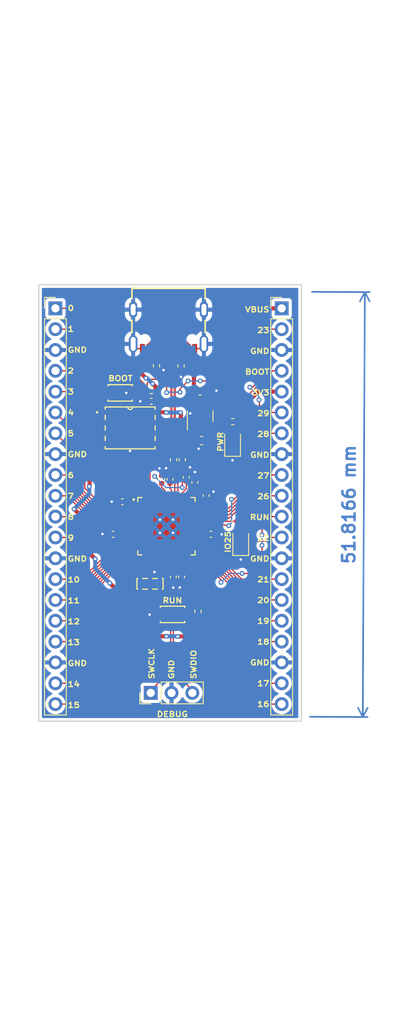
<source format=kicad_pcb>
(kicad_pcb (version 20211014) (generator pcbnew)
  (title_block (title "ENGR3430 Miniproject 3") (date "2022-09-22") (company "Olin College of Engineering"))
  (layers (0 "F.Cu" signal) (31 "B.Cu" signal) (34 "B.Paste" user) (35 "F.Paste" user) (36 "B.SilkS" user "B.Silkscreen") (37 "F.SilkS" user "F.Silkscreen") (38 "B.Mask" user) (39 "F.Mask" user) (44 "Edge.Cuts" user))
  (net 0 "")
  (net 1 "GND")
  (net 2 "+3V3")
  (net 3 "Net-(C10-Pad1)")
  (net 4 "/VBUS")
  (net 5 "Net-(D1-Pad2)")
  (net 6 "Net-(D2-Pad2)")
  (net 7 "Net-(J1-PadA5)")
  (net 8 "Net-(J1-PadA6)")
  (net 9 "Net-(J1-PadA7)")
  (net 11 "Net-(J1-PadB5)")
  (net 13 "/GPIO0")
  (net 14 "/GPIO1")
  (net 15 "/GPIO2")
  (net 16 "/GPIO3")
  (net 17 "/GPIO4")
  (net 18 "/GPIO5")
  (net 19 "/GPIO6")
  (net 20 "/GPIO7")
  (net 21 "/GPIO8")
  (net 22 "/GPIO9")
  (net 23 "/GPIO10")
  (net 24 "/GPIO11")
  (net 25 "/GPIO12")
  (net 26 "/GPIO13")
  (net 27 "/GPIO14")
  (net 28 "/GPIO15")
  (net 29 "/SWCLK")
  (net 30 "/SWDIO")
  (net 31 "/GPIO23")
  (net 32 "/BOOT")
  (net 33 "/GPIO29")
  (net 34 "/GPIO28")
  (net 35 "/GPIO27")
  (net 36 "/GPIO26")
  (net 37 "/RUN")
  (net 38 "/GPIO22")
  (net 39 "/GPIO21")
  (net 40 "/GPIO20")
  (net 41 "/GPIO19")
  (net 42 "/GPIO18")
  (net 43 "/GPIO17")
  (net 44 "/GPIO16")
  (net 45 "Net-(R5-Pad2)")
  (net 46 "Net-(R6-Pad2)")
  (net 47 "/GPIO25")
  (net 48 "Net-(U1-Pad2)")
  (net 49 "Net-(U1-Pad3)")
  (net 50 "Net-(U1-Pad5)")
  (net 51 "Net-(U1-Pad6)")
  (net 52 "Net-(U1-Pad7)")
  (net 53 "Net-(U2-Pad20)")
  (net 54 "Net-(U2-Pad21)")
  (net 55 "/GPIO24")
  (footprint "Capacitor_SMD:C_0402_1005Metric" (layer "F.Cu") (at 156.8069 57.5056)
    (fp_text reference "C1")
    (fp_text value "0.1µF")
  )
  (footprint "Eclectronics:USB4105-GF-A" (layer "F.Cu") (at 158.9024 46.3362 180)
    (fp_text reference "J1")
    (fp_text value "USB4105-GF-A")
  )
  (footprint "Capacitor_SMD:C_0402_1005Metric" (layer "F.Cu") (at 160.496 78.93 -90)
    (fp_text reference "C10")
    (fp_text value "0.1µF")
  )
  (footprint "Eclectronics:RP2040" (layer "F.Cu") (at 158.6484 72.7456)
    (fp_text reference "U2")
    (fp_text value "RP2040")
  )
  (footprint "Capacitor_SMD:C_0603_1608Metric" (layer "F.Cu") (at 162.94 62.31 180)
    (fp_text reference "C13")
    (fp_text value "10µF")
  )
  (footprint "Resistor_SMD:R_0402_1005Metric" (layer "F.Cu") (at 162.5 83.13 90)
    (fp_text reference "R2")
    (fp_text value "5.1K")
  )
  (footprint "Capacitor_SMD:C_0402_1005Metric" (layer "F.Cu") (at 159.48 78.93 -90)
    (fp_text reference "C4")
    (fp_text value "0.1µF")
  )
  (footprint "LED_SMD:LED_0402_1005Metric" (layer "F.Cu") (at 167.74 72.17)
    (fp_text reference "R7")
    (fp_text value "1K")
  )
  (footprint "Resistor_SMD:R_0402_1005Metric" (layer "F.Cu") (at 160.5768 64.64 -90)
    (fp_text reference "R5")
    (fp_text value "27Ω")
  )
  (footprint "Capacitor_SMD:C_0402_1005Metric" (layer "F.Cu") (at 161.07 66.78 90)
    (fp_text reference "C9")
    (fp_text value "1µF")
  )
  (footprint "Resistor_SMD:R_0402_1005Metric" (layer "F.Cu") (at 156.8069 56.1848)
    (fp_text reference "R3")
    (fp_text value "5.1K")
  )
  (footprint "Capacitor_SMD:C_0402_1005Metric" (layer "F.Cu") (at 153.26 69.76 180)
    (fp_text reference "C2")
    (fp_text value "0.1µF")
  )
  (footprint "Capacitor_SMD:C_0402_1005Metric" (layer "F.Cu") (at 152.12 73.73 180)
    (fp_text reference "C3")
    (fp_text value "0.1µF")
  )
  (footprint "Capacitor_SMD:C_0402_1005Metric" (layer "F.Cu") (at 158.0642 67.0326 90)
    (fp_text reference "C11")
    (fp_text value "0.1µF")
  )
  (footprint "Capacitor_SMD:C_0603_1608Metric" (layer "F.Cu") (at 162.7632 56.2356 180)
    (fp_text reference "C12")
    (fp_text value "10µF")
  )
  (footprint "Connector_PinHeader_2.54mm:PinHeader_1x20_P2.54mm_Vertical" (layer "F.Cu") (at 172.72 46.1772)
    (fp_text reference "J4")
    (fp_text value "RIGHT")
  )
  (footprint "Resistor_SMD:R_0402_1005Metric" (layer "F.Cu") (at 160.4264 53.1876 -90)
    (fp_text reference "R4")
    (fp_text value "5.1K")
  )
  (footprint "Eclectronics:CSTNE" (layer "F.Cu") (at 156.64 79.77 180)
    (fp_text reference "Y1")
    (fp_text value "12MHz")
  )
  (footprint "Resistor_SMD:R_0402_1005Metric" (layer "F.Cu") (at 157.4292 53.1876 -90)
    (fp_text reference "R1")
    (fp_text value "5.1K")
  )
  (footprint "LED_SMD:LED_0805_2012Metric" (layer "F.Cu") (at 167.72 74.63 90)
    (fp_text reference "D1")
    (fp_text value "LED")
  )
  (footprint "Package_TO_SOT_SMD:SOT-23" (layer "F.Cu") (at 162.7632 59.3344 90)
    (fp_text reference "U3")
    (fp_text value "MCP1702T-3302E_CB")
  )
  (footprint "Capacitor_SMD:C_0402_1005Metric" (layer "F.Cu") (at 164.084 73.7362)
    (fp_text reference "C5")
    (fp_text value "0.1µF")
  )
  (footprint "Resistor_SMD:R_0402_1005Metric" (layer "F.Cu") (at 159.51 64.64 -90)
    (fp_text reference "R6")
    (fp_text value "27Ω")
  )
  (footprint "Connector_PinHeader_2.54mm:PinHeader_1x03_P2.54mm_Vertical" (layer "F.Cu") (at 156.73 93.07 90)
    (fp_text reference "J3")
    (fp_text value "DEBUG")
  )
  (footprint "Resistor_SMD:R_0402_1005Metric" (layer "F.Cu") (at 166.749 59.9968)
    (fp_text reference "R8")
    (fp_text value "1K")
  )
  (footprint "Capacitor_SMD:C_0402_1005Metric" (layer "F.Cu") (at 159.0802 67.0326 90)
    (fp_text reference "C7")
    (fp_text value "0.1µF")
  )
  (footprint "LED_SMD:LED_0805_2012Metric" (layer "F.Cu") (at 166.7256 62.5348 90)
    (fp_text reference "D2")
    (fp_text value "PWR")
  )
  (footprint "Eclectronics:KXT321LHS" (layer "F.Cu") (at 159.4 83.5)
    (fp_text reference "S1")
    (fp_text value "RST")
  )
  (footprint "Connector_PinHeader_2.54mm:PinHeader_1x20_P2.54mm_Vertical" (layer "F.Cu") (at 145.0848 46.1772)
    (fp_text reference "J2")
    (fp_text value "LEFT")
  )
  (footprint "Capacitor_SMD:C_0402_1005Metric" (layer "F.Cu") (at 162.12 67.4 90)
    (fp_text reference "C8")
    (fp_text value "1µF")
  )
  (footprint "Eclectronics:KXT321LHS" (layer "F.Cu") (at 152.9969 56.4896 180)
    (fp_text reference "S2")
    (fp_text value "BOOT")
  )
  (footprint "Capacitor_SMD:C_0402_1005Metric" (layer "F.Cu") (at 163.4998 69.0118 90)
    (fp_text reference "C6")
    (fp_text value "0.1µF")
  )
  (footprint "Eclectronics:MIC_WSON-8-M" (layer "F.Cu") (at 154.2161 60.7568)
    (fp_text reference "U1")
    (fp_text value "W25Q128JV")
  )
  (gr_rect (start 143.05 43.3) (end 175.14 96.52) (layer "Edge.Cuts") (width 0.15) (fill none))
  (gr_text "18" (at 170.48 86.849465) (layer "F.SilkS") (effects (font (size 0.635 0.762) (thickness 0.15875))))
  (gr_text "21" (at 170.48 79.251572) (layer "F.SilkS") (effects (font (size 0.635 0.762) (thickness 0.15875))))
  (gr_text "22" (at 170.48 74.18631) (layer "F.SilkS") (effects (font (size 0.635 0.762) (thickness 0.15875))))
  (gr_text "9" (at 146.967143 74.178424) (layer "F.SilkS") (effects (font (size 0.635 0.762) (thickness 0.15875))))
  (gr_text "3V3" (at 170.153429 56.457893) (layer "F.SilkS") (effects (font (size 0.635 0.762) (thickness 0.15875))))
  (gr_text "IO25" (at 166.16 74.66 90) (layer "F.SilkS") (effects (font (size 0.635 0.762) (thickness 0.15875))))
  (gr_text "6" (at 146.967143 66.53632) (layer "F.SilkS") (effects (font (size 0.635 0.762) (thickness 0.15875))))
  (gr_text "11" (at 147.33 81.820528) (layer "F.SilkS") (effects (font (size 0.635 0.762) (thickness 0.15875))))
  (gr_text "17" (at 170.48 91.914727) (layer "F.SilkS") (effects (font (size 0.635 0.762) (thickness 0.15875))))
  (gr_text "28" (at 170.48 61.523155) (layer "F.SilkS") (effects (font (size 0.635 0.762) (thickness 0.15875))))
  (gr_text "23" (at 170.48 48.86) (layer "F.SilkS") (effects (font (size 0.635 0.762) (thickness 0.15875))))
  (gr_text "GND" (at 170.044572 64.055786) (layer "F.SilkS") (effects (font (size 0.635 0.762) (thickness 0.15875))))
  (gr_text "15" (at 147.33 94.557376) (layer "F.SilkS") (effects (font (size 0.635 0.762) (thickness 0.15875))))
  (gr_text "DEBUG" (at 159.37 95.67) (layer "F.SilkS") (effects (font (size 0.635 0.762) (thickness 0.15875))))
  (gr_text "1" (at 146.967143 48.704744) (layer "F.SilkS") (effects (font (size 0.635 0.762) (thickness 0.15875))))
  (gr_text "RUN" (at 170.026429 71.653679) (layer "F.SilkS") (effects (font (size 0.635 0.762) (thickness 0.15875))))
  (gr_text "20" (at 170.48 81.784203) (layer "F.SilkS") (effects (font (size 0.635 0.762) (thickness 0.15875))))
  (gr_text "GND" (at 147.765429 51.252112) (layer "F.SilkS") (effects (font (size 0.635 0.762) (thickness 0.15875))))
  (gr_text "GND" (at 170.044572 51.392631) (layer "F.SilkS") (effects (font (size 0.635 0.762) (thickness 0.15875))))
  (gr_text "26" (at 170.48 69.121048) (layer "F.SilkS") (effects (font (size 0.635 0.762) (thickness 0.15875))))
  (gr_text "10" (at 147.33 79.27316) (layer "F.SilkS") (effects (font (size 0.635 0.762) (thickness 0.15875))))
  (gr_text "GND" (at 170.044572 89.382096) (layer "F.SilkS") (effects (font (size 0.635 0.762) (thickness 0.15875))))
  (gr_text "13" (at 147.33 86.915264) (layer "F.SilkS") (effects (font (size 0.635 0.762) (thickness 0.15875))))
  (gr_text "5" (at 146.967143 61.441584) (layer "F.SilkS") (effects (font (size 0.635 0.762) (thickness 0.15875))))
  (gr_text "14" (at 147.33 92.01) (layer "F.SilkS") (effects (font (size 0.635 0.762) (thickness 0.15875))))
  (gr_text "4" (at 146.967143 58.894216) (layer "F.SilkS") (effects (font (size 0.635 0.762) (thickness 0.15875))))
  (gr_text "GND" (at 147.765429 89.462632) (layer "F.SilkS") (effects (font (size 0.635 0.762) (thickness 0.15875))))
  (gr_text "GND" (at 159.26 90.208714 90) (layer "F.SilkS") (effects (font (size 0.635 0.762) (thickness 0.15875))))
  (gr_text "7" (at 146.967143 69.083688) (layer "F.SilkS") (effects (font (size 0.635 0.762) (thickness 0.15875))))
  (gr_text "12" (at 147.33 84.367896) (layer "F.SilkS") (effects (font (size 0.635 0.762) (thickness 0.15875))))
  (gr_text "PWR" (at 165.25 62.45 90) (layer "F.SilkS") (effects (font (size 0.635 0.762) (thickness 0.15875))))
  (gr_text "19" (at 170.48 84.316834) (layer "F.SilkS") (effects (font (size 0.635 0.762) (thickness 0.15875))))
  (gr_text "GND" (at 147.765429 76.725792) (layer "F.SilkS") (effects (font (size 0.635 0.762) (thickness 0.15875))))
  (gr_text "3" (at 146.967143 56.346848) (layer "F.SilkS") (effects (font (size 0.635 0.762) (thickness 0.15875))))
  (gr_text "8" (at 146.967143 71.631056) (layer "F.SilkS") (effects (font (size 0.635 0.762) (thickness 0.15875))))
  (gr_text "SWDIO" (at 161.97 89.61 90) (layer "F.SilkS") (effects (font (size 0.635 0.762) (thickness 0.15875))))
  (gr_text "RUN" (at 159.37 81.8) (layer "F.SilkS") (effects (font (size 0.635 0.762) (thickness 0.15875))))
  (gr_text "27" (at 170.48 66.588417) (layer "F.SilkS") (effects (font (size 0.635 0.762) (thickness 0.15875))))
  (gr_text "SWCLK" (at 156.84 89.501143 90) (layer "F.SilkS") (effects (font (size 0.635 0.762) (thickness 0.15875))))
  (gr_text "29" (at 170.48 58.990524) (layer "F.SilkS") (effects (font (size 0.635 0.762) (thickness 0.15875))))
  (gr_text "BOOT" (at 169.736143 53.925262) (layer "F.SilkS") (effects (font (size 0.635 0.762) (thickness 0.15875))))
  (gr_text "2" (at 146.967143 53.79948) (layer "F.SilkS") (effects (font (size 0.635 0.762) (thickness 0.15875))))
  (gr_text "0" (at 146.967143 46.157376) (layer "F.SilkS") (effects (font (size 0.635 0.762) (thickness 0.15875))))
  (gr_text "VBUS" (at 169.736143 46.327369) (layer "F.SilkS") (effects (font (size 0.635 0.762) (thickness 0.15875))))
  (gr_text "GND" (at 170.044572 76.718941) (layer "F.SilkS") (effects (font (size 0.635 0.762) (thickness 0.15875))))
  (gr_text "GND" (at 147.765429 63.988952) (layer "F.SilkS") (effects (font (size 0.635 0.762) (thickness 0.15875))))
  (gr_text "BOOT" (at 153.03 54.72) (layer "F.SilkS") (effects (font (size 0.635 0.762) (thickness 0.15875))))
  (gr_text "16" (at 170.48 94.447369) (layer "F.SilkS") (effects (font (size 0.635 0.762) (thickness 0.15875))))
  (dimension (type aligned) (layer "B.Cu") (pts (xy 175.930279 44.161933) (xy 175.676279 95.977933)) (height -6.949804) (gr_text "2040.0245 mils" (at 180.953022 70.095177 89.71914059) (layer "B.Cu") (effects (font (size 1.5 1.5) (thickness 0.3)))) (format (units 3) (units_format 1) (precision 4)) (style (thickness 0.2) (arrow_length 1.27) (text_position_mode 0) (extension_height 0.58642) (extension_offset 0.5) keep_text_aligned))
  (segment (start 154.2161 63.5439) (end 154.2 63.56) (width 0.508) (layer "F.Cu") (net 1))
  (segment (start 160.496 79.41) (end 160.496 80.00826) (width 0.254) (layer "F.Cu") (net 1))
  (segment (start 158.6 65.68) (end 159.0802 66.1602) (width 0.254) (layer "F.Cu") (net 1))
  (segment (start 154.2161 60.7568) (end 154.2161 63.5439) (width 0.508) (layer "F.Cu") (net 1))
  (segment (start 158.29 53.7) (end 158.2876 53.6976) (width 0.1524) (layer "F.Cu") (net 1))
  (segment (start 159.48 80.24) (end 159.48 79.41) (width 0.254) (layer "F.Cu") (net 1))
  (segment (start 167.72 76.81) (end 167.72 75.5675) (width 0.1524) (layer "F.Cu") (net 1))
  (segment (start 166.72 63.4779) (end 166.7256 63.4723) (width 0.1524) (layer "F.Cu") (net 1))
  (segment (start 160.4264 54.5236) (end 160.4264 53.6976) (width 0.1524) (layer "F.Cu") (net 1))
  (segment (start 157.6484 73.7456) (end 157.8484 73.5456) (width 0.1524) (layer "F.Cu") (net 1))
  (segment (start 151.5237 62.6618) (end 152.3111 62.6618) (width 0.1524) (layer "F.Cu") (net 1))
  (segment (start 165.39 73.74) (end 164.5678 73.74) (width 0.254) (layer "F.Cu") (net 1))
  (segment (start 155.45 57.51) (end 155.4544 57.5056) (width 0.254) (layer "F.Cu") (net 1))
  (segment (start 159.0802 66.1602) (end 159.0802 66.5526) (width 0.254) (layer "F.Cu") (net 1))
  (segment (start 164.5678 73.74) (end 164.564 73.7362) (width 0.1524) (layer "F.Cu") (net 1))
  (segment (start 151.6 73.69) (end 151.64 73.73) (width 0.1524) (layer "F.Cu") (net 1))
  (segment (start 161.8132 59.2432) (end 161.8132 60.2719) (width 0.1524) (layer "F.Cu") (net 1))
  (segment (start 163.5382 56.2356) (end 164.7344 56.2356) (width 0.254) (layer "F.Cu") (net 1))
  (segment (start 151.97 69.76) (end 152.78 69.76) (width 0.254) (layer "F.Cu") (net 1))
  (segment (start 162.57 63.3) (end 162.165 62.895) (width 0.254) (layer "F.Cu") (net 1))
  (segment (start 151.96 69.75) (end 151.97 69.76) (width 0.1524) (layer "F.Cu") (net 1))
  (segment (start 161.56 58.99) (end 161.8132 59.2432) (width 0.1524) (layer "F.Cu") (net 1))
  (segment (start 162.6474 51.0912) (end 163.2224 50.5162) (width 0.1524) (layer "F.Cu") (net 1))
  (segment (start 158.6 65.67) (end 158.6 65.68) (width 0.1524) (layer "F.Cu") (net 1))
  (segment (start 164.39 68.53) (end 163.5016 68.53) (width 0.254) (layer "F.Cu") (net 1))
  (segment (start 154.6219 56.4896) (end 153.7404 56.4896) (width 0.254) (layer "F.Cu") (net 1))
  (segment (start 155.7024 51.0912) (end 155.1574 51.0912) (width 0.1524) (layer "F.Cu") (net 1))
  (segment (start 156.58 83.52) (end 156.6 83.5) (width 0.1524) (layer "F.Cu") (net 1))
  (segment (start 157.18 78.33) (end 156.91 78.33) (width 0.1524) (layer "F.Cu") (net 1))
  (segment (start 160.42 54.53) (end 160.4264 54.5236) (width 0.1524) (layer "F.Cu") (net 1))
  (segment (start 161.07 66.02) (end 161.53 65.56) (width 0.254) (layer "F.Cu") (net 1))
  (segment (start 156.64 78.6) (end 156.64 79.77) (width 0.1524) (layer "F.Cu") (net 1))
  (segment (start 161.07 66.3) (end 161.07 66.02) (width 0.254) (layer "F.Cu") (net 1))
  (segment (start 153.7404 56.4896) (end 153.74 56.49) (width 0.254) (layer "F.Cu") (net 1))
  (segment (start 162.12 66.92) (end 162.12 66.14) (width 0.254) (layer "F.Cu") (net 1))
  (segment (start 156.6 83.5) (end 157.775 83.5) (width 0.1524) (layer "F.Cu") (net 1))
  (segment (start 166.72 64.71) (end 166.72 63.4779) (width 0.1524) (layer "F.Cu") (net 1))
  (segment (start 162.165 62.895) (end 162.165 62.31) (width 0.254) (layer "F.Cu") (net 1))
  (segment (start 155.1574 51.0912) (end 154.5824 50.5162) (width 0.1524) (layer "F.Cu") (net 1))
  (segment (start 164.7344 56.2356) (end 164.75 56.22) (width 0.1524) (layer "F.Cu") (net 1))
  (segment (start 152.3111 62.6618) (end 154.2161 60.7568) (width 0.1524) (layer "F.Cu") (net 1))
  (segment (start 158.0642 65.9642) (end 158.0642 66.5526) (width 0.254) (layer "F.Cu") (net 1))
  (segment (start 162.1024 51.0912) (end 162.6474 51.0912) (width 0.1524) (layer "F.Cu") (net 1))
  (segment (start 156.91 78.33) (end 156.64 78.6) (width 0.1524) (layer "F.Cu") (net 1))
  (segment (start 155.4544 57.5056) (end 156.3269 57.5056) (width 0.254) (layer "F.Cu") (net 1))
  (segment (start 160.496 80.00826) (end 160.28213 80.22213) (width 0.254) (layer "F.Cu") (net 1))
  (segment (start 157.79 65.69) (end 158.0642 65.9642) (width 0.254) (layer "F.Cu") (net 1))
  (segment (start 163.5016 68.53) (end 163.4998 68.5318) (width 0.1524) (layer "F.Cu") (net 1))
  (segment (start 157.6484 76.1831) (end 157.6484 73.7456) (width 0.1524) (layer "F.Cu") (net 1))
  (segment (start 150.83 73.69) (end 151.6 73.69) (width 0.254) (layer "F.Cu") (net 1))
  (segment (start 158.2876 53.6976) (end 157.4292 53.6976) (width 0.1524) (layer "F.Cu") (net 1))
  (via (at 162.57 63.3) (size 0.6096) (drill 0.3048) (layers "F.Cu" "B.Cu") (net 1))
  (via (at 164.75 56.22) (size 0.6096) (drill 0.3048) (layers "F.Cu" "B.Cu") (net 1))
  (via (at 162.12 66.14) (size 0.6096) (drill 0.3048) (layers "F.Cu" "B.Cu") (net 1))
  (via (at 164.39 68.53) (size 0.6096) (drill 0.3048) (layers "F.Cu" "B.Cu") (net 1))
  (via (at 157.18 78.33) (size 0.6096) (drill 0.3048) (layers "F.Cu" "B.Cu") (net 1))
  (via (at 165.39 73.74) (size 0.6096) (drill 0.3048) (layers "F.Cu" "B.Cu") (net 1))
  (via (at 151.96 69.75) (size 0.6096) (drill 0.3048) (layers "F.Cu" "B.Cu") (net 1))
  (via (at 156.58 83.52) (size 0.6096) (drill 0.3048) (layers "F.Cu" "B.Cu") (net 1))
  (via (at 167.72 76.81) (size 0.6096) (drill 0.3048) (layers "F.Cu" "B.Cu") (net 1))
  (via (at 150.83 73.69) (size 0.6096) (drill 0.3048) (layers "F.Cu" "B.Cu") (net 1))
  (via (at 158.29 53.7) (size 0.6096) (drill 0.3048) (layers "F.Cu" "B.Cu") (net 1))
  (via (at 157.79 65.69) (size 0.6096) (drill 0.3048) (layers "F.Cu" "B.Cu") (net 1))
  (via (at 160.42 54.53) (size 0.6096) (drill 0.3048) (layers "F.Cu" "B.Cu") (net 1))
  (via (at 159.48 80.24) (size 0.6096) (drill 0.3048) (layers "F.Cu" "B.Cu") (net 1))
  (via (at 161.53 65.56) (size 0.6096) (drill 0.3048) (layers "F.Cu" "B.Cu") (net 1))
  (via (at 161.56 58.99) (size 0.6096) (drill 0.3048) (layers "F.Cu" "B.Cu") (net 1))
  (via (at 160.28213 80.22213) (size 0.6096) (drill 0.3048) (layers "F.Cu" "B.Cu") (net 1))
  (via (at 158.6 65.67) (size 0.6096) (drill 0.3048) (layers "F.Cu" "B.Cu") (net 1))
  (via (at 166.72 64.71) (size 0.6096) (drill 0.3048) (layers "F.Cu" "B.Cu") (net 1))
  (via (at 155.45 57.51) (size 0.6096) (drill 0.3048) (layers "F.Cu" "B.Cu") (net 1))
  (via (at 153.74 56.49) (size 0.6096) (drill 0.3048) (layers "F.Cu" "B.Cu") (net 1))
  (via (at 154.2 63.56) (size 0.6096) (drill 0.3048) (layers "F.Cu" "B.Cu") (net 1))
  (segment (start 165.2632 59.9968) (end 164.9881 60.2719) (width 0.508) (layer "F.Cu") (net 2))
  (segment (start 160.41 62.49) (end 161.9312 64.0112) (width 0.508) (layer "F.Cu") (net 2))
  (segment (start 153.74 68.574604) (end 149.26 64.094604) (width 0.508) (layer "F.Cu") (net 2))
  (segment (start 158.8484 69.9184) (end 158.97 70.04) (width 0.1524) (layer "F.Cu") (net 2))
  (segment (start 161.16 70.08) (end 161.2484 69.9916) (width 0.1524) (layer "F.Cu") (net 2))
  (segment (start 156.58 86.17) (end 158.6423 86.17) (width 0.508) (layer "F.Cu") (net 2))
  (segment (start 156.137047 54.689318) (end 155.507729 54.06) (width 0.508) (layer "F.Cu") (net 2))
  (segment (start 158.97 70.04) (end 159.14 70.04) (width 0.1524) (layer "F.Cu") (net 2))
  (segment (start 161.25 73.46) (end 161.5356 73.7456) (width 0.1524) (layer "F.Cu") (net 2))
  (segment (start 155.507729 54.06) (end 151.44 54.06) (width 0.508) (layer "F.Cu") (net 2))
  (segment (start 158.06 81.67) (end 158.65 81.08) (width 0.508) (layer "F.Cu") (net 2))
  (segment (start 163.715 62.31) (end 163.715 61.3386) (width 0.508) (layer "F.Cu") (net 2))
  (segment (start 161.661471 70.1456) (end 161.25 70.557071) (width 0.1524) (layer "F.Cu") (net 2))
  (segment (start 163.79 82.9) (end 163.51 82.62) (width 0.508) (layer "F.Cu") (net 2))
  (segment (start 161.2484 69.9916) (end 161.2484 69.3081) (width 0.1524) (layer "F.Cu") (net 2))
  (segment (start 158.93 78.45) (end 159.48 78.45) (width 0.508) (layer "F.Cu") (net 2))
  (segment (start 162.0859 70.1456) (end 163.2844 70.1456) (width 0.1524) (layer "F.Cu") (net 2))
  (segment (start 159.2484 69.9316) (end 159.2484 69.3081) (width 0.1524) (layer "F.Cu") (net 2))
  (segment (start 163.79 84.93) (end 163.79 82.9) (width 0.508) (layer "F.Cu") (net 2))
  (segment (start 149.26 67.86) (end 149.221218 67.898782) (width 0.508) (layer "F.Cu") (net 2))
  (segment (start 156.14 73.36) (end 155.7544 73.7456) (width 0.1524) (layer "F.Cu") (net 2))
  (segment (start 160.95 70.08) (end 161.16 70.08) (width 0.1524) (layer "F.Cu") (net 2))
  (segment (start 155.2109 70.1456) (end 155.7756 70.1456) (width 0.1524) (layer "F.Cu") (net 2))
  (segment (start 159.2716 69.8816) (end 159.44 70.05) (width 0.1524) (layer "F.Cu") (net 2))
  (segment (start 155.2109 70.1456) (end 155.2053 70.14) (width 0.1524) (layer "F.Cu") (net 2))
  (segment (start 152.62 73.75) (end 152.6 73.73) (width 0.1524) (layer "F.Cu") (net 2))
  (segment (start 163.71 62.315) (end 163.715 62.31) (width 0.508) (layer "F.Cu") (net 2))
  (segment (start 155.7544 73.7456) (end 155.2109 73.7456) (width 0.1524) (layer "F.Cu") (net 2))
  (segment (start 158.6018 58.8518) (end 156.9085 58.8518) (width 0.508) (layer "F.Cu") (net 2))
  (segment (start 156.14 70.51) (end 156.14 73.36) (width 0.1524) (layer "F.Cu") (net 2))
  (segment (start 159.2484 68.2984) (end 159.2484 69.3081) (width 0.1524) (layer "F.Cu") (net 2))
  (segment (start 163.71 67.1) (end 163.71 63.98) (width 0.508) (layer "F.Cu") (net 2))
  (segment (start 155.2109 73.7456) (end 155.2065 73.75) (width 0.1524) (layer "F.Cu") (net 2))
  (segment (start 153.71 83.3) (end 156.58 86.17) (width 0.508) (layer "F.Cu") (net 2))
  (segment (start 157.3169 56.1848) (end 157.3169 57.4756) (width 0.508) (layer "F.Cu") (net 2))
  (segment (start 158.65 81.08) (end 158.65 78.73) (width 0.508) (layer "F.Cu") (net 2))
  (segment (start 149.26 64.094604) (end 149.26 67.86) (width 0.508) (layer "F.Cu") (net 2))
  (segment (start 160.8484 69.9784) (end 160.95 70.08) (width 0.1524) (layer "F.Cu") (net 2))
  (segment (start 164.9881 60.2719) (end 163.7132 60.2719) (width 0.508) (layer "F.Cu") (net 2))
  (segment (start 163.51 82.62) (end 162.5 82.62) (width 0.508) (layer "F.Cu") (net 2))
  (segment (start 155.2065 73.75) (end 152.62 73.75) (width 0.1524) (layer "F.Cu") (net 2))
  (segment (start 161.4024 70.1456) (end 162.0859 70.1456) (width 0.1524) (layer "F.Cu") (net 2))
  (segment (start 159.0802 67.5126) (end 159.0802 68.1302) (width 0.1524) (layer "F.Cu") (net 2))
  (segment (start 154.67 70.14) (end 154.29 69.76) (width 0.1524) (layer "F.Cu") (net 2))
  (segment (start 163.5946 73.7456) (end 163.604 73.7362) (width 0.1524) (layer "F.Cu") (net 2))
  (segment (start 153.71 81.67) (end 158.06 81.67) (width 0.508) (layer "F.Cu") (net 2))
  (segment (start 163.715 61.3386) (end 163.7132 61.3368) (width 0.508) (layer "F.Cu") (net 2))
  (segment (start 157.2869 58.4734) (end 157.2869 57.5056) (width 0.508) (layer "F.Cu") (net 2))
  (segment (start 155.2053 70.14) (end 154.67 70.14) (width 0.1524) (layer "F.Cu") (net 2))
  (segment (start 151.72 79.68) (end 153.71 81.67) (width 0.508) (layer "F.Cu") (net 2))
  (segment (start 163.4998 69.9302) (end 163.4998 69.4918) (width 0.1524) (layer "F.Cu") (net 2))
  (segment (start 154.29 69.76) (end 153.74 69.76) (width 0.1524) (layer "F.Cu") (net 2))
  (segment (start 158.8484 69.3081) (end 158.8484 69.9184) (width 0.1524) (layer "F.Cu") (net 2))
  (segment (start 162.53 86.19) (end 163.79 84.93) (width 0.508) (layer "F.Cu") (net 2))
  (segment (start 160.41 58.92) (end 160.41 62.49) (width 0.508) (layer "F.Cu") (net 2))
  (segment (start 163.71 63.98) (end 163.71 62.315) (width 0.508) (layer "F.Cu") (net 2))
  (segment (start 160.6668 70.05) (end 160.8484 69.8684) (width 0.1524) (layer "F.Cu") (net 2))
  (segment (start 159.14 70.04) (end 159.2484 69.9316) (width 0.1524) (layer "F.Cu") (net 2))
  (segment (start 166.239 59.931145) (end 169.832945 56.3372) (width 0.508) (layer "F.Cu") (net 2))
  (segment (start 163.7132 61.3368) (end 163.7132 60.2719) (width 0.508) (layer "F.Cu") (net 2))
  (segment (start 169.832945 56.3372) (end 172.72 56.3372) (width 0.508) (layer "F.Cu") (net 2))
  (segment (start 161.2484 69.9916) (end 161.4024 70.1456) (width 0.1524) (layer "F.Cu") (net 2))
  (segment (start 163.6788 64.0112) (end 163.71 63.98) (width 0.508) (layer "F.Cu") (net 2))
  (segment (start 162.0859 70.1456) (end 161.661471 70.1456) (width 0.1524) (layer "F.Cu") (net 2))
  (segment (start 160.0229 86.19) (end 162.53 86.19) (width 0.508) (layer "F.Cu") (net 2))
  (segment (start 151.44 54.06) (end 149.26 56.24) (width 0.508) (layer "F.Cu") (net 2))
  (segment (start 161.25 70.557071) (end 161.25 73.46) (width 0.1524) (layer "F.Cu") (net 2))
  (segment (start 160.8484 69.8684) (end 160.8484 69.9784) (width 0.1524) (layer "F.Cu") (net 2))
  (segment (start 158.8484 77.0484) (end 159.48 77.68) (width 0.1524) (layer "F.Cu") (net 2))
  (segment (start 156.961818 55.371818) (end 157.3169 55.7269) (width 0.508) (layer "F.Cu") (net 2))
  (segment (start 159.0802 68.1302) (end 159.2484 68.2984) (width 0.1524) (layer "F.Cu") (net 2))
  (segment (start 162.12 68.23) (end 162.12 67.88) (width 0.1524) (layer "F.Cu") (net 2))
  (segment (start 157.3169 57.4756) (end 157.2869 57.5056) (width 0.508) (layer "F.Cu") (net 2))
  (segment (start 162.12 67.88) (end 162.93 67.88) (width 0.508) (layer "F.Cu") (net 2))
  (segment (start 148.403182 75.183182) (end 149.95 76.73) (width 0.508) (layer "F.Cu") (net 2))
  (segment (start 159.48 77.68) (end 159.48 78.45) (width 0.1524) (layer "F.Cu") (net 2))
  (segment (start 148.403182 71.686818) (end 148.403182 75.183182) (width 0.508) (layer "F.Cu") (net 2))
  (segment (start 156.9085 58.8518) (end 157.2869 58.4734) (width 0.508) (layer "F.Cu") (net 2))
  (segment (start 161.9312 64.0112) (end 163.6788 64.0112) (width 0.508) (layer "F.Cu") (net 2))
  (segment (start 153.74 69.76) (end 153.74 68.574604) (width 0.508) (layer "F.Cu") (net 2))
  (segment (start 161.2484 69.3081) (end 161.2484 68.7016) (width 0.1524) (layer "F.Cu") (net 2))
  (segment (start 166.239 59.9968) (end 165.2632 59.9968) (width 0.508) (layer "F.Cu") (net 2))
  (segment (start 160.37 58.88) (end 160.41 58.92) (width 0.508) (layer "F.Cu") (net 2))
  (segment (start 163.2844 70.1456) (end 163.4998 69.9302) (width 0.1524) (layer "F.Cu") (net 2))
  (segment (start 157.3169 55.7269) (end 157.3169 56.1848) (width 0.508) (layer "F.Cu") (net 2))
  (segment (start 166.239 59.9968) (end 166.239 59.931145) (width 0.508) (layer "F.Cu") (net 2))
  (segment (start 158.65 78.73) (end 158.93 78.45) (width 0.508) (layer "F.Cu") (net 2))
  (segment (start 149.26 56.24) (end 149.26 64.094604) (width 0.508) (layer "F.Cu") (net 2))
  (segment (start 153.71 81.67) (end 153.71 83.3) (width 0.508) (layer "F.Cu") (net 2))
  (segment (start 161.44 68.51) (end 161.84 68.51) (width 0.1524) (layer "F.Cu") (net 2))
  (segment (start 158.63 58.88) (end 158.6018 58.8518) (width 0.508) (layer "F.Cu") (net 2))
  (segment (start 159.44 70.05) (end 160.6668 70.05) (width 0.1524) (layer "F.Cu") (net 2))
  (segment (start 161.5356 73.7456) (end 162.0859 73.7456) (width 0.1524) (layer "F.Cu") (net 2))
  (segment (start 162.93 67.88) (end 163.71 67.1) (width 0.508) (layer "F.Cu") (net 2))
  (segment (start 147.368182 70.651818) (end 148.403182 71.686818) (width 0.508) (layer "F.Cu") (net 2))
  (segment (start 155.7756 70.1456) (end 156.14 70.51) (width 0.1524) (layer "F.Cu") (net 2))
  (segment (start 161.84 68.51) (end 162.12 68.23) (width 0.1524) (layer "F.Cu") (net 2))
  (segment (start 160.8484 69.3081) (end 160.8484 69.8684) (width 0.1524) (layer "F.Cu") (net 2))
  (segment (start 161.2484 68.7016) (end 161.44 68.51) (width 0.1524) (layer "F.Cu") (net 2))
  (segment (start 158.8484 76.1831) (end 158.8484 77.0484) (width 0.1524) (layer "F.Cu") (net 2))
  (segment (start 162.0859 73.7456) (end 163.5946 73.7456) (width 0.1524) (layer "F.Cu") (net 2))
  (via (at 149.95 76.73) (size 0.6096) (drill 0.3048) (layers "F.Cu" "B.Cu") (net 2))
  (via (at 158.6423 86.17) (size 0.6096) (drill 0.3048) (layers "F.Cu" "B.Cu") (net 2))
  (via (at 151.72 79.68) (size 0.6096) (drill 0.3048) (layers "F.Cu" "B.Cu") (net 2))
  (via (at 158.63 58.88) (size 0.6096) (drill 0.3048) (layers "F.Cu" "B.Cu") (net 2))
  (via (at 156.137047 54.689318) (size 0.6096) (drill 0.3048) (layers "F.Cu" "B.Cu") (net 2))
  (via (at 160.0229 86.19) (size 0.6096) (drill 0.3048) (layers "F.Cu" "B.Cu") (net 2))
  (via (at 147.368182 70.651818) (size 0.6096) (drill 0.3048) (layers "F.Cu" "B.Cu") (net 2))
  (via (at 156.961818 55.371818) (size 0.6096) (drill 0.3048) (layers "F.Cu" "B.Cu") (net 2))
  (via (at 149.221218 67.898782) (size 0.6096) (drill 0.3048) (layers "F.Cu" "B.Cu") (net 2))
  (via (at 160.37 58.88) (size 0.6096) (drill 0.3048) (layers "F.Cu" "B.Cu") (net 2))
  (segment (start 149.95 77.91) (end 149.95 76.73) (width 0.508) (layer "B.Cu") (net 2))
  (segment (start 156.961818 55.371818) (end 156.279318 54.689318) (width 0.508) (layer "B.Cu") (net 2))
  (segment (start 151.72 79.68) (end 149.95 77.91) (width 0.508) (layer "B.Cu") (net 2))
  (segment (start 156.279318 54.689318) (end 156.137047 54.689318) (width 0.508) (layer "B.Cu") (net 2))
  (segment (start 160.0029 86.17) (end 160.0229 86.19) (width 0.508) (layer "B.Cu") (net 2))
  (segment (start 158.6423 86.17) (end 160.0029 86.17) (width 0.508) (layer "B.Cu") (net 2))
  (segment (start 158.63 58.88) (end 160.37 58.88) (width 0.508) (layer "B.Cu") (net 2))
  (segment (start 149.221218 68.798782) (end 149.221218 67.898782) (width 0.508) (layer "B.Cu") (net 2))
  (segment (start 147.368182 70.651818) (end 149.221218 68.798782) (width 0.508) (layer "B.Cu") (net 2))
  (segment (start 160.5813 68.03) (end 160.58 68.0287) (width 0.1524) (layer "F.Cu") (net 3))
  (segment (start 159.2484 75.758671) (end 160.57 74.437071) (width 0.1524) (layer "F.Cu") (net 3))
  (segment (start 159.2484 77.017348) (end 159.2484 76.1831) (width 0.1524) (layer "F.Cu") (net 3))
  (segment (start 159.2484 76.1831) (end 159.2484 75.758671) (width 0.1524) (layer "F.Cu") (net 3))
  (segment (start 160.77 67.26) (end 161.07 67.26) (width 0.1524) (layer "F.Cu") (net 3))
  (segment (start 160.58 68.0287) (end 160.58 67.45) (width 0.1524) (layer "F.Cu") (net 3))
  (segment (start 160.57 71.16) (end 159.97 70.56) (width 0.1524) (layer "F.Cu") (net 3))
  (segment (start 157.21 66.66) (end 158.0626 67.5126) (width 0.1524) (layer "F.Cu") (net 3))
  (segment (start 158.4484 70.1584) (end 158.4484 69.3081) (width 0.1524) (layer "F.Cu") (net 3))
  (segment (start 158.0642 67.9942) (end 158.4484 68.3784) (width 0.1524) (layer "F.Cu") (net 3))
  (segment (start 160.496 78.45) (end 160.496 78.264948) (width 0.1524) (layer "F.Cu") (net 3))
  (segment (start 160.58 67.45) (end 160.77 67.26) (width 0.1524) (layer "F.Cu") (net 3))
  (segment (start 161.07 68.19) (end 160.4484 68.8116) (width 0.1524) (layer "F.Cu") (net 3))
  (segment (start 158.85 70.56) (end 158.4484 70.1584) (width 0.1524) (layer "F.Cu") (net 3))
  (segment (start 158.0642 67.5126) (end 158.0642 67.9942) (width 0.1524) (layer "F.Cu") (net 3))
  (segment (start 158.4484 68.3784) (end 158.4484 69.3081) (width 0.1524) (layer "F.Cu") (net 3))
  (segment (start 160.4484 68.8116) (end 160.4484 69.3081) (width 0.1524) (layer "F.Cu") (net 3))
  (segment (start 160.496 78.264948) (end 159.2484 77.017348) (width 0.1524) (layer "F.Cu") (net 3))
  (segment (start 160.57 74.437071) (end 160.57 71.16) (width 0.1524) (layer "F.Cu") (net 3))
  (segment (start 158.0626 67.5126) (end 158.0642 67.5126) (width 0.1524) (layer "F.Cu") (net 3))
  (segment (start 159.97 70.56) (end 158.85 70.56) (width 0.1524) (layer "F.Cu") (net 3))
  (segment (start 161.07 67.26) (end 161.07 68.19) (width 0.1524) (layer "F.Cu") (net 3))
  (via (at 160.5813 68.03) (size 0.6096) (drill 0.3048) (layers "F.Cu" "B.Cu") (net 3))
  (via (at 157.21 66.66) (size 0.6096) (drill 0.3048) (layers "F.Cu" "B.Cu") (net 3))
  (segment (start 158.58 68.03) (end 160.5813 68.03) (width 0.1524) (layer "B.Cu") (net 3))
  (segment (start 157.21 66.66) (end 158.58 68.03) (width 0.1524) (layer "B.Cu") (net 3))
  (segment (start 160.12 49.35) (end 160.09 49.32) (width 0.254) (layer "F.Cu") (net 4))
  (segment (start 161.3024 51.0912) (end 161.3024 50.5324) (width 0.254) (layer "F.Cu") (net 4))
  (segment (start 156.5024 51.0912) (end 156.5024 50.5276) (width 0.254) (layer "F.Cu") (net 4))
  (segment (start 161.9882 56.2356) (end 161.9882 57.6219) (width 0.508) (layer "F.Cu") (net 4))
  (segment (start 162 56.2238) (end 161.9882 56.2356) (width 0.508) (layer "F.Cu") (net 4))
  (segment (start 172.72 46.1772) (end 170.7828 46.1772) (width 0.508) (layer "F.Cu") (net 4))
  (segment (start 160.72 49.95) (end 160.12 49.35) (width 0.254) (layer "F.Cu") (net 4))
  (segment (start 161.3024 51.0912) (end 161.3024 53.3424) (width 0.508) (layer "F.Cu") (net 4))
  (segment (start 170.7828 46.1772) (end 162.92 54.04) (width 0.508) (layer "F.Cu") (net 4))
  (segment (start 156.5024 50.5276) (end 157.71 49.32) (width 0.254) (layer "F.Cu") (net 4))
  (segment (start 161.9882 57.6219) (end 162.7632 58.3969) (width 0.508) (layer "F.Cu") (net 4))
  (segment (start 162 54.04) (end 162 56.2238) (width 0.508) (layer "F.Cu") (net 4))
  (segment (start 160.09 49.32) (end 157.88 49.32) (width 0.254) (layer "F.Cu") (net 4))
  (segment (start 161.3024 50.5324) (end 160.72 49.95) (width 0.254) (layer "F.Cu") (net 4))
  (segment (start 157.71 49.32) (end 157.88 49.32) (width 0.254) (layer "F.Cu") (net 4))
  (segment (start 161.3024 53.3424) (end 162 54.04) (width 0.508) (layer "F.Cu") (net 4))
  (segment (start 162.92 54.04) (end 162 54.04) (width 0.508) (layer "F.Cu") (net 4))
  (segment (start 168.225 72.17) (end 168.225 72.725) (width 0.1524) (layer "F.Cu") (net 5))
  (segment (start 168.225 72.725) (end 167.72 73.23) (width 0.1524) (layer "F.Cu") (net 5))
  (segment (start 167.72 73.23) (end 167.72 73.6925) (width 0.1524) (layer "F.Cu") (net 5))
  (segment (start 166.7256 61.5973) (end 167.259 61.0639) (width 0.1524) (layer "F.Cu") (net 6))
  (segment (start 167.259 61.0639) (end 167.259 59.9968) (width 0.1524) (layer "F.Cu") (net 6))
  (segment (start 160.1524 51.0912) (end 160.1524 51.9624) (width 0.1524) (layer "F.Cu") (net 7))
  (segment (start 160.4264 52.2364) (end 160.4264 52.6776) (width 0.1524) (layer "F.Cu") (net 7))
  (segment (start 160.1524 51.9624) (end 160.4264 52.2364) (width 0.1524) (layer "F.Cu") (net 7))
  (segment (start 158.1524 50.3638) (end 158.3462 50.17) (width 0.254) (layer "F.Cu") (net 8))
  (segment (start 159.1524 50.3424) (end 159.1524 51.0912) (width 0.254) (layer "F.Cu") (net 8))
  (segment (start 158.1524 52.0624) (end 159.2536 53.1636) (width 0.254) (layer "F.Cu") (net 8))
  (segment (start 159.2536 53.1636) (end 159.2536 62.874652) (width 0.254) (layer "F.Cu") (net 8))
  (segment (start 158.1524 51.0912) (end 158.1524 50.3638) (width 0.254) (layer "F.Cu") (net 8))
  (segment (start 159.2536 62.874652) (end 159.51 63.131052) (width 0.254) (layer "F.Cu") (net 8))
  (segment (start 158.1524 51.0912) (end 158.1524 52.0624) (width 0.254) (layer "F.Cu") (net 8))
  (segment (start 158.98 50.17) (end 159.1524 50.3424) (width 0.254) (layer "F.Cu") (net 8))
  (segment (start 159.51 63.131052) (end 159.51 64.13) (width 0.254) (layer "F.Cu") (net 8))
  (segment (start 158.3462 50.17) (end 158.98 50.17) (width 0.254) (layer "F.Cu") (net 8))
  (segment (start 160.5768 63.623116) (end 160.5768 64.13) (width 0.254) (layer "F.Cu") (net 9))
  (segment (start 158.6524 51.0912) (end 158.6524 51.8624) (width 0.254) (layer "F.Cu") (net 9))
  (segment (start 158.83 52.04) (end 159.45 52.04) (width 0.254) (layer "F.Cu") (net 9))
  (segment (start 159.66 51.0988) (end 159.66 62.706316) (width 0.254) (layer "F.Cu") (net 9))
  (segment (start 159.6524 51.0912) (end 159.66 51.0988) (width 0.1524) (layer "F.Cu") (net 9))
  (segment (start 159.45 52.04) (end 159.6524 51.8376) (width 0.254) (layer "F.Cu") (net 9))
  (segment (start 158.6524 51.8624) (end 158.83 52.04) (width 0.254) (layer "F.Cu") (net 9))
  (segment (start 159.66 62.706316) (end 160.5768 63.623116) (width 0.254) (layer "F.Cu") (net 9))
  (segment (start 159.6524 51.8376) (end 159.6524 51.0912) (width 0.1524) (layer "F.Cu") (net 9))
  (segment (start 157.1524 52.0324) (end 157.1524 51.0912) (width 0.1524) (layer "F.Cu") (net 11))
  (segment (start 157.4292 52.3092) (end 157.1524 52.0324) (width 0.1524) (layer "F.Cu") (net 11))
  (segment (start 157.4292 52.6776) (end 157.4292 52.3092) (width 0.1524) (layer "F.Cu") (net 11))
  (segment (start 148.66 48.0252) (end 146.812 46.1772) (width 0.1524) (layer "F.Cu") (net 13))
  (segment (start 151.1144 70.5456) (end 148.6788 68.11) (width 0.1524) (layer "F.Cu") (net 13))
  (segment (start 146.812 46.1772) (end 145.0848 46.1772) (width 0.1524) (layer "F.Cu") (net 13))
  (segment (start 148.6788 68.11) (end 148.6788 55.166696) (width 0.1524) (layer "F.Cu") (net 13))
  (segment (start 148.66 55.147896) (end 148.66 48.0252) (width 0.1524) (layer "F.Cu") (net 13))
  (segment (start 148.6788 55.166696) (end 148.66 55.147896) (width 0.1524) (layer "F.Cu") (net 13))
  (segment (start 155.2109 70.5456) (end 151.1144 70.5456) (width 0.1524) (layer "F.Cu") (net 13))
  (segment (start 148.374 68.316192) (end 148.374 55.292948) (width 0.1524) (layer "F.Cu") (net 14))
  (segment (start 148.374 55.292948) (end 148.35 55.268948) (width 0.1524) (layer "F.Cu") (net 14))
  (segment (start 147.0152 48.7172) (end 145.0848 48.7172) (width 0.1524) (layer "F.Cu") (net 14))
  (segment (start 155.2109 70.9456) (end 151.003408 70.9456) (width 0.1524) (layer "F.Cu") (net 14))
  (segment (start 151.003408 70.9456) (end 148.374 68.316192) (width 0.1524) (layer "F.Cu") (net 14))
  (segment (start 148.35 55.268948) (end 148.35 50.052) (width 0.1524) (layer "F.Cu") (net 14))
  (segment (start 148.35 50.052) (end 147.0152 48.7172) (width 0.1524) (layer "F.Cu") (net 14))
  (segment (start 148.0692 68.442444) (end 148.0692 55.4192) (width 0.1524) (layer "F.Cu") (net 15))
  (segment (start 154.2512 71.3456) (end 154.178 71.2724) (width 0.1524) (layer "F.Cu") (net 15))
  (segment (start 155.2109 71.3456) (end 154.2512 71.3456) (width 0.1524) (layer "F.Cu") (net 15))
  (segment (start 150.899156 71.2724) (end 148.0692 68.442444) (width 0.1524) (layer "F.Cu") (net 15))
  (segment (start 154.178 71.2724) (end 150.899156 71.2724) (width 0.1524) (layer "F.Cu") (net 15))
  (segment (start 148.0692 55.4192) (end 146.4472 53.7972) (width 0.1524) (layer "F.Cu") (net 15))
  (segment (start 146.4472 53.7972) (end 145.0848 53.7972) (width 0.1524) (layer "F.Cu") (net 15))
  (segment (start 146.5472 56.3372) (end 145.0848 56.3372) (width 0.1524) (layer "F.Cu") (net 16))
  (segment (start 154.194 71.7456) (end 154.0256 71.5772) (width 0.1524) (layer "F.Cu") (net 16))
  (segment (start 155.2109 71.7456) (end 154.194 71.7456) (width 0.1524) (layer "F.Cu") (net 16))
  (segment (start 150.772904 71.5772) (end 147.7644 68.568696) (width 0.1524) (layer "F.Cu") (net 16))
  (segment (start 147.7644 68.568696) (end 147.7644 57.5544) (width 0.1524) (layer "F.Cu") (net 16))
  (segment (start 147.7644 57.5544) (end 146.5472 56.3372) (width 0.1524) (layer "F.Cu") (net 16))
  (segment (start 154.0256 71.5772) (end 150.772904 71.5772) (width 0.1524) (layer "F.Cu") (net 16))
  (segment (start 147.4596 68.694948) (end 147.4596 61.252) (width 0.1524) (layer "F.Cu") (net 17))
  (segment (start 153.847052 71.882) (end 150.646652 71.882) (width 0.1524) (layer "F.Cu") (net 17))
  (segment (start 150.646652 71.882) (end 147.4596 68.694948) (width 0.1524) (layer "F.Cu") (net 17))
  (segment (start 154.110652 72.1456) (end 153.847052 71.882) (width 0.1524) (layer "F.Cu") (net 17))
  (segment (start 147.4596 61.252) (end 145.0848 58.8772) (width 0.1524) (layer "F.Cu") (net 17))
  (segment (start 155.2109 72.1456) (end 154.110652 72.1456) (width 0.1524) (layer "F.Cu") (net 17))
  (segment (start 155.2109 72.5456) (end 154.0796 72.5456) (width 0.1524) (layer "F.Cu") (net 18))
  (segment (start 153.7208 72.1868) (end 150.5204 72.1868) (width 0.1524) (layer "F.Cu") (net 18))
  (segment (start 154.0796 72.5456) (end 153.7208 72.1868) (width 0.1524) (layer "F.Cu") (net 18))
  (segment (start 147.1548 68.8212) (end 147.1548 63.4872) (width 0.1524) (layer "F.Cu") (net 18))
  (segment (start 150.5204 72.1868) (end 147.1548 68.8212) (width 0.1524) (layer "F.Cu") (net 18))
  (segment (start 147.1548 63.4872) (end 145.0848 61.4172) (width 0.1524) (layer "F.Cu") (net 18))
  (segment (start 155.2109 72.9456) (end 154.047052 72.9456) (width 0.1524) (layer "F.Cu") (net 19))
  (segment (start 146.5072 66.4972) (end 145.0848 66.4972) (width 0.1524) (layer "F.Cu") (net 19))
  (segment (start 146.85 66.84) (end 146.5072 66.4972) (width 0.1524) (layer "F.Cu") (net 19))
  (segment (start 146.85 68.948948) (end 146.85 66.84) (width 0.1524) (layer "F.Cu") (net 19))
  (segment (start 153.593052 72.4916) (end 150.392652 72.4916) (width 0.1524) (layer "F.Cu") (net 19))
  (segment (start 154.047052 72.9456) (end 153.593052 72.4916) (width 0.1524) (layer "F.Cu") (net 19))
  (segment (start 150.392652 72.4916) (end 146.85 68.948948) (width 0.1524) (layer "F.Cu") (net 19))
  (segment (start 154.016 73.3456) (end 153.5176 72.8472) (width 0.1524) (layer "F.Cu") (net 20))
  (segment (start 146.5072 69.0372) (end 145.0848 69.0372) (width 0.1524) (layer "F.Cu") (net 20))
  (segment (start 153.5176 72.8472) (end 150.3172 72.8472) (width 0.1524) (layer "F.Cu") (net 20))
  (segment (start 150.3172 72.8472) (end 146.5072 69.0372) (width 0.1524) (layer "F.Cu") (net 20))
  (segment (start 155.2109 73.3456) (end 154.016 73.3456) (width 0.1524) (layer "F.Cu") (net 20))
  (segment (start 149.034844 78.4752) (end 148.336252 78.4752) (width 0.1524) (layer "F.Cu") (net 21))
  (segment (start 147.2248 77.363748) (end 147.2248 72.1548) (width 0.1524) (layer "F.Cu") (net 21))
  (segment (start 146.6472 71.5772) (end 145.0848 71.5772) (width 0.1524) (layer "F.Cu") (net 21))
  (segment (start 153.364444 74.1456) (end 149.034844 78.4752) (width 0.1524) (layer "F.Cu") (net 21))
  (segment (start 155.2109 74.1456) (end 153.364444 74.1456) (width 0.1524) (layer "F.Cu") (net 21))
  (segment (start 147.2248 72.1548) (end 146.6472 71.5772) (width 0.1524) (layer "F.Cu") (net 21))
  (segment (start 148.336252 78.4752) (end 147.2248 77.363748) (width 0.1524) (layer "F.Cu") (net 21))
  (segment (start 146.92 74.68) (end 146.92 77.49) (width 0.1524) (layer "F.Cu") (net 22))
  (segment (start 153.395496 74.5456) (end 155.2109 74.5456) (width 0.1524) (layer "F.Cu") (net 22))
  (segment (start 149.161096 78.78) (end 153.395496 74.5456) (width 0.1524) (layer "F.Cu") (net 22))
  (segment (start 145.0848 74.1172) (end 146.3572 74.1172) (width 0.1524) (layer "F.Cu") (net 22))
  (segment (start 146.3572 74.1172) (end 146.92 74.68) (width 0.1524) (layer "F.Cu") (net 22))
  (segment (start 146.92 77.49) (end 148.21 78.78) (width 0.1524) (layer "F.Cu") (net 22))
  (segment (start 148.21 78.78) (end 149.161096 78.78) (width 0.1524) (layer "F.Cu") (net 22))
  (segment (start 153.426548 74.9456) (end 149.174948 79.1972) (width 0.1524) (layer "F.Cu") (net 23))
  (segment (start 149.174948 79.1972) (end 145.0848 79.1972) (width 0.1524) (layer "F.Cu") (net 23))
  (segment (start 155.2109 74.9456) (end 153.426548 74.9456) (width 0.1524) (layer "F.Cu") (net 23))
  (segment (start 147.066 81.7372) (end 145.0848 81.7372) (width 0.1524) (layer "F.Cu") (net 24))
  (segment (start 155.2109 75.3456) (end 153.4576 75.3456) (width 0.1524) (layer "F.Cu") (net 24))
  (segment (start 153.4576 75.3456) (end 147.066 81.7372) (width 0.1524) (layer "F.Cu") (net 24))
  (segment (start 146.6528 84.2772) (end 145.0848 84.2772) (width 0.1524) (layer "F.Cu") (net 25))
  (segment (start 147.42 81.814252) (end 147.42 83.51) (width 0.1524) (layer "F.Cu") (net 25))
  (segment (start 156.0484 76.1831) (end 156.0453 76.18) (width 0.1524) (layer "F.Cu") (net 25))
  (segment (start 147.42 83.51) (end 146.6528 84.2772) (width 0.1524) (layer "F.Cu") (net 25))
  (segment (start 153.054252 76.18) (end 147.42 81.814252) (width 0.1524) (layer "F.Cu") (net 25))
  (segment (start 156.0453 76.18) (end 153.054252 76.18) (width 0.1524) (layer "F.Cu") (net 25))
  (segment (start 152.425304 77.24) (end 147.7248 81.940504) (width 0.1524) (layer "F.Cu") (net 26))
  (segment (start 146.85 86.83) (end 146.8372 86.8172) (width 0.1524) (layer "F.Cu") (net 26))
  (segment (start 156.03 77.24) (end 152.425304 77.24) (width 0.1524) (layer "F.Cu") (net 26))
  (segment (start 147.7248 81.940504) (end 147.7248 85.9552) (width 0.1524) (layer "F.Cu") (net 26))
  (segment (start 156.45 76.82) (end 156.03 77.24) (width 0.1524) (layer "F.Cu") (net 26))
  (segment (start 147.7248 85.9552) (end 146.85 86.83) (width 0.1524) (layer "F.Cu") (net 26))
  (segment (start 156.4484 76.1831) (end 156.45 76.1847) (width 0.1524) (layer "F.Cu") (net 26))
  (segment (start 156.45 76.1847) (end 156.45 76.82) (width 0.1524) (layer "F.Cu") (net 26))
  (segment (start 146.8372 86.8172) (end 145.0848 86.8172) (width 0.1524) (layer "F.Cu") (net 26))
  (segment (start 156.8484 76.852652) (end 156.156252 77.5448) (width 0.1524) (layer "F.Cu") (net 27))
  (segment (start 156.156252 77.5448) (end 152.551556 77.5448) (width 0.1524) (layer "F.Cu") (net 27))
  (segment (start 148.0296 91.0604) (end 147.1928 91.8972) (width 0.1524) (layer "F.Cu") (net 27))
  (segment (start 152.551556 77.5448) (end 148.0296 82.066756) (width 0.1524) (layer "F.Cu") (net 27))
  (segment (start 156.8484 76.1831) (end 156.8484 76.852652) (width 0.1524) (layer "F.Cu") (net 27))
  (segment (start 147.1928 91.8972) (end 145.0848 91.8972) (width 0.1524) (layer "F.Cu") (net 27))
  (segment (start 148.0296 82.066756) (end 148.0296 91.0604) (width 0.1524) (layer "F.Cu") (net 27))
  (segment (start 157.2484 76.1831) (end 157.2484 76.883704) (width 0.1524) (layer "F.Cu") (net 28))
  (segment (start 157.2484 76.883704) (end 156.282504 77.8496) (width 0.1524) (layer "F.Cu") (net 28))
  (segment (start 148.3344 93.2856) (end 147.1828 94.4372) (width 0.1524) (layer "F.Cu") (net 28))
  (segment (start 156.282504 77.8496) (end 152.677808 77.8496) (width 0.1524) (layer "F.Cu") (net 28))
  (segment (start 152.677808 77.8496) (end 148.3344 82.193008) (width 0.1524) (layer "F.Cu") (net 28))
  (segment (start 147.1828 94.4372) (end 145.0848 94.4372) (width 0.1524) (layer "F.Cu") (net 28))
  (segment (start 148.3344 82.193008) (end 148.3344 93.2856) (width 0.1524) (layer "F.Cu") (net 28))
  (segment (start 159.6484 76.986296) (end 159.6484 76.1831) (width 0.1524) (layer "F.Cu") (net 29))
  (segment (start 160.442104 77.78) (end 159.6484 76.986296) (width 0.1524) (layer "F.Cu") (net 29))
  (segment (start 159.1752 82.082696) (end 161.26 79.997896) (width 0.1524) (layer "F.Cu") (net 29))
  (segment (start 156.73 92.78) (end 159.1752 90.3348) (width 0.1524) (layer "F.Cu") (net 29))
  (segment (start 161.26 78.11) (end 160.93 77.78) (width 0.1524) (layer "F.Cu") (net 29))
  (segment (start 160.93 77.78) (end 160.442104 77.78) (width 0.1524) (layer "F.Cu") (net 29))
  (segment (start 161.26 79.997896) (end 161.26 78.11) (width 0.1524) (layer "F.Cu") (net 29))
  (segment (start 156.73 93.07) (end 156.73 92.78) (width 0.1524) (layer "F.Cu") (net 29))
  (segment (start 159.1752 90.3348) (end 159.1752 82.082696) (width 0.1524) (layer "F.Cu") (net 29))
  (segment (start 160.04 76.946844) (end 160.568356 77.4752) (width 0.1524) (layer "F.Cu") (net 30))
  (segment (start 160.04 76.615929) (end 160.04 76.946844) (width 0.1524) (layer "F.Cu") (net 30))
  (segment (start 160.0484 76.607529) (end 160.04 76.615929) (width 0.1524) (layer "F.Cu") (net 30))
  (segment (start 159.49 90.41) (end 161.81 92.73) (width 0.1524) (layer "F.Cu") (net 30))
  (segment (start 161.5648 80.124148) (end 159.49 82.198948) (width 0.1524) (layer "F.Cu") (net 30))
  (segment (start 160.568356 77.4752) (end 161.056252 77.4752) (width 0.1524) (layer "F.Cu") (net 30))
  (segment (start 161.81 92.73) (end 161.81 93.07) (width 0.1524) (layer "F.Cu") (net 30))
  (segment (start 161.5648 77.983748) (end 161.5648 80.124148) (width 0.1524) (layer "F.Cu") (net 30))
  (segment (start 160.0484 76.1831) (end 160.0484 76.607529) (width 0.1524) (layer "F.Cu") (net 30))
  (segment (start 161.056252 77.4752) (end 161.5648 77.983748) (width 0.1524) (layer "F.Cu") (net 30))
  (segment (start 159.49 82.198948) (end 159.49 90.41) (width 0.1524) (layer "F.Cu") (net 30))
  (segment (start 169.155766 55.803182) (end 170.58 54.378948) (width 0.1524) (layer "F.Cu") (net 31))
  (segment (start 162.963348 72.9456) (end 162.0859 72.9456) (width 0.1524) (layer "F.Cu") (net 31))
  (segment (start 163.303748 72.6052) (end 162.963348 72.9456) (width 0.1524) (layer "F.Cu") (net 31))
  (segment (start 166.914188 69.461604) (end 170 66.375792) (width 0.1524) (layer "F.Cu") (net 31))
  (segment (start 166.591604 69.461604) (end 166.914188 69.461604) (width 0.1524) (layer "F.Cu") (net 31))
  (segment (start 166.1767 72.6052) (end 163.303748 72.6052) (width 0.1524) (layer "F.Cu") (net 31))
  (segment (start 170.58 49.45) (end 171.3128 48.7172) (width 0.1524) (layer "F.Cu") (net 31))
  (segment (start 170.58 54.378948) (end 170.58 49.45) (width 0.1524) (layer "F.Cu") (net 31))
  (segment (start 171.3128 48.7172) (end 172.72 48.7172) (width 0.1524) (layer "F.Cu") (net 31))
  (segment (start 168.833182 55.803182) (end 169.155766 55.803182) (width 0.1524) (layer "F.Cu") (net 31))
  (segment (start 170 57.39) (end 169.95 57.34) (width 0.1524) (layer "F.Cu") (net 31))
  (segment (start 170 66.375792) (end 170 57.39) (width 0.1524) (layer "F.Cu") (net 31))
  (segment (start 166.25 72.6785) (end 166.1767 72.6052) (width 0.1524) (layer "F.Cu") (net 31))
  (via (at 169.95 57.34) (size 0.6096) (drill 0.3048) (layers "F.Cu" "B.Cu") (net 31))
  (via (at 166.591604 69.461604) (size 0.6096) (drill 0.3048) (layers "F.Cu" "B.Cu") (net 31))
  (via (at 166.25 72.6785) (size 0.6096) (drill 0.3048) (layers "F.Cu" "B.Cu") (net 31))
  (via (at 168.833182 55.803182) (size 0.6096) (drill 0.3048) (layers "F.Cu" "B.Cu") (net 31))
  (segment (start 166.61 69.48) (end 166.591604 69.461604) (width 0.1524) (layer "B.Cu") (net 31))
  (segment (start 166.61 72.3185) (end 166.61 69.48) (width 0.1524) (layer "B.Cu") (net 31))
  (segment (start 169.95 56.92) (end 168.833182 55.803182) (width 0.1524) (layer "B.Cu") (net 31))
  (segment (start 166.25 72.6785) (end 166.61 72.3185) (width 0.1524) (layer "B.Cu") (net 31))
  (segment (start 169.95 57.34) (end 169.95 56.92) (width 0.1524) (layer "B.Cu") (net 31))
  (segment (start 171.5928 53.7972) (end 172.72 53.7972) (width 0.1524) (layer "F.Cu") (net 32))
  (segment (start 151.5237 58.8518) (end 151.5237 58.0537) (width 0.1524) (layer "F.Cu") (net 32))
  (segment (start 151.3719 55.4181) (end 151.3719 56.4896) (width 0.1524) (layer "F.Cu") (net 32))
  (segment (start 151.35 56.5115) (end 151.3719 56.4896) (width 0.1524) (layer "F.Cu") (net 32))
  (segment (start 149.8104 63.962504) (end 154.007496 68.1596) (width 0.1524) (layer "F.Cu") (net 32))
  (segment (start 155.40434 68.1596) (end 156.0484 68.80366) (width 0.1524) (layer "F.Cu") (net 32))
  (segment (start 158.6699 56.45) (end 158.6699 55.3299) (width 0.1524) (layer "F.Cu") (net 32))
  (segment (start 151.35 57.88) (end 151.35 56.5115) (width 0.1524) (layer "F.Cu") (net 32))
  (segment (start 151.5237 58.8518) (end 151.2062 58.8518) (width 0.1524) (layer "F.Cu") (net 32))
  (segment (start 156.2969 55.2831) (end 156.2969 55.7469) (width 0.1524) (layer "F.Cu") (net 32))
  (segment (start 151.5237 58.0537) (end 151.35 57.88) (width 0.1524) (layer "F.Cu") (net 32))
  (segment (start 151.2062 58.8518) (end 149.8104 60.2476) (width 0.1524) (layer "F.Cu") (net 32))
  (segment (start 162.78 55.03) (end 164.55 55.03) (width 0.1524) (layer "F.Cu") (net 32))
  (segment (start 166.71 57.19) (end 168.2 57.19) (width 0.1524) (layer "F.Cu") (net 32))
  (segment (start 154.007496 68.1596) (end 155.40434 68.1596) (width 0.1524) (layer "F.Cu") (net 32))
  (segment (start 164.55 55.03) (end 166.71 57.19) (width 0.1524) (layer "F.Cu") (net 32))
  (segment (start 155.44 54.89) (end 151.9 54.89) (width 0.1524) (layer "F.Cu") (net 32))
  (segment (start 168.2 57.19) (end 171.5928 53.7972) (width 0.1524) (layer "F.Cu") (net 32))
  (segment (start 156.0484 68.80366) (end 156.0484 69.3081) (width 0.1524) (layer "F.Cu") (net 32))
  (segment (start 151.9 54.89) (end 151.3719 55.4181) (width 0.1524) (layer "F.Cu") (net 32))
  (segment (start 156.75 54.83) (end 156.2969 55.2831) (width 0.1524) (layer "F.Cu") (net 32))
  (segment (start 160.3 56.4) (end 160.3 56.0193) (width 0.1524) (layer "F.Cu") (net 32))
  (segment (start 158.17 54.83) (end 156.75 54.83) (width 0.1524) (layer "F.Cu") (net 32))
  (segment (start 158.6699 55.3299) (end 158.17 54.83) (width 0.1524) (layer "F.Cu") (net 32))
  (segment (start 149.8104 60.2476) (end 149.8104 63.962504) (width 0.1524) (layer "F.Cu") (net 32))
  (segment (start 156.2969 55.7469) (end 155.44 54.89) (width 0.1524) (layer "F.Cu") (net 32))
  (segment (start 156.2969 56.1848) (end 156.2969 55.7469) (width 0.1524) (layer "F.Cu") (net 32))
  (segment (start 160.3 56.0193) (end 161.2893 55.03) (width 0.1524) (layer "F.Cu") (net 32))
  (via (at 162.78 55.03) (size 0.6096) (drill 0.3048) (layers "F.Cu" "B.Cu") (net 32))
  (via (at 158.6699 56.45) (size 0.6096) (drill 0.3048) (layers "F.Cu" "B.Cu") (net 32))
  (via (at 160.3 56.4) (size 0.6096) (drill 0.3048) (layers "F.Cu" "B.Cu") (net 32))
  (via (at 161.2893 55.03) (size 0.6096) (drill 0.3048) (layers "F.Cu" "B.Cu") (net 32))
  (segment (start 158.6699 56.45) (end 158.7199 56.4) (width 0.1524) (layer "B.Cu") (net 32))
  (segment (start 162.78 55.03) (end 161.2893 55.03) (width 0.1524) (layer "B.Cu") (net 32))
  (segment (start 158.7199 56.4) (end 160.3 56.4) (width 0.1524) (layer "B.Cu") (net 32))
  (segment (start 171.2328 58.8772) (end 172.72 58.8772) (width 0.1524) (layer "F.Cu") (net 33))
  (segment (start 170.3552 66.451644) (end 170.3552 59.7548) (width 0.1524) (layer "F.Cu") (net 33))
  (segment (start 170.3552 59.7548) (end 171.2328 58.8772) (width 0.1524) (layer "F.Cu") (net 33))
  (segment (start 166.261244 70.5456) (end 170.3552 66.451644) (width 0.1524) (layer "F.Cu") (net 33))
  (segment (start 162.0859 70.5456) (end 166.261244 70.5456) (width 0.1524) (layer "F.Cu") (net 33))
  (segment (start 170.66 66.577896) (end 170.66 62.09) (width 0.1524) (layer "F.Cu") (net 34))
  (segment (start 171.3328 61.4172) (end 172.72 61.4172) (width 0.1524) (layer "F.Cu") (net 34))
  (segment (start 170.66 62.09) (end 171.3328 61.4172) (width 0.1524) (layer "F.Cu") (net 34))
  (segment (start 162.0859 70.9456) (end 166.292296 70.9456) (width 0.1524) (layer "F.Cu") (net 34))
  (segment (start 166.292296 70.9456) (end 170.66 66.577896) (width 0.1524) (layer "F.Cu") (net 34))
  (segment (start 166.323348 71.3456) (end 171.171748 66.4972) (width 0.1524) (layer "F.Cu") (net 35))
  (segment (start 162.0859 71.3456) (end 166.323348 71.3456) (width 0.1524) (layer "F.Cu") (net 35))
  (segment (start 171.171748 66.4972) (end 172.72 66.4972) (width 0.1524) (layer "F.Cu") (net 35))
  (segment (start 169.06 69.04) (end 172.7172 69.04) (width 0.1524) (layer "F.Cu") (net 36))
  (segment (start 162.0859 71.7456) (end 166.3544 71.7456) (width 0.1524) (layer "F.Cu") (net 36))
  (segment (start 166.3544 71.7456) (end 169.06 69.04) (width 0.1524) (layer "F.Cu") (net 36))
  (segment (start 172.7172 69.04) (end 172.72 69.0372) (width 0.1524) (layer "F.Cu") (net 36))
  (segment (start 160.55 83.5) (end 159.92 82.87) (width 0.1524) (layer "F.Cu") (net 37))
  (segment (start 163.24474 77.198948) (end 161.211052 77.198948) (width 0.1524) (layer "F.Cu") (net 37))
  (segment (start 161.8696 80.2504) (end 161.8696 77.857496) (width 0.1524) (layer "F.Cu") (net 37))
  (segment (start 168.78787 78.50213) (end 167.88787 78.50213) (width 0.1524) (layer "F.Cu") (net 37))
  (segment (start 170.32 73.81) (end 170.32 72.59) (width 0.1524) (layer "F.Cu") (net 37))
  (segment (start 162.5 83.64) (end 161.92 83.64) (width 0.1524) (layer "F.Cu") (net 37))
  (segment (start 171.3328 71.5772) (end 172.72 71.5772) (width 0.1524) (layer "F.Cu") (net 37))
  (segment (start 160.4484 76.9188) (end 160.4484 76.1831) (width 0.1524) (layer "F.Cu") (net 37))
  (segment (start 161.92 83.64) (end 161.78 83.5) (width 0.1524) (layer "F.Cu") (net 37))
  (segment (start 170.32 76.97) (end 168.78787 78.50213) (width 0.1524) (layer "F.Cu") (net 37))
  (segment (start 160.7 77.1704) (end 160.4484 76.9188) (width 0.1524) (layer "F.Cu") (net 37))
  (segment (start 159.92 82.87) (end 159.92 82.2) (width 0.1524) (layer "F.Cu") (net 37))
  (segment (start 161.025 83.5) (end 160.55 83.5) (width 0.1524) (layer "F.Cu") (net 37))
  (segment (start 165.311604 79.588396) (end 165.311604 79.265812) (width 0.1524) (layer "F.Cu") (net 37))
  (segment (start 170.32 75.0829) (end 170.32 76.97) (width 0.1524) (layer "F.Cu") (net 37))
  (segment (start 170.32 72.59) (end 171.3328 71.5772) (width 0.1524) (layer "F.Cu") (net 37))
  (segment (start 161.211052 77.198948) (end 161.182504 77.1704) (width 0.1524) (layer "F.Cu") (net 37))
  (segment (start 161.025 83.5) (end 161.78 83.5) (width 0.1524) (layer "F.Cu") (net 37))
  (segment (start 159.92 82.2) (end 161.8696 80.2504) (width 0.1524) (layer "F.Cu") (net 37))
  (segment (start 161.8696 77.857496) (end 161.211052 77.198948) (width 0.1524) (layer "F.Cu") (net 37))
  (segment (start 161.182504 77.1704) (end 160.7 77.1704) (width 0.1524) (layer "F.Cu") (net 37))
  (segment (start 165.311604 79.265812) (end 163.24474 77.198948) (width 0.1524) (layer "F.Cu") (net 37))
  (via (at 170.32 73.81) (size 0.6096) (drill 0.3048) (layers "F.Cu" "B.Cu") (net 37))
  (via (at 167.88787 78.50213) (size 0.6096) (drill 0.3048) (layers "F.Cu" "B.Cu") (net 37))
  (via (at 165.311604 79.588396) (size 0.6096) (drill 0.3048) (layers "F.Cu" "B.Cu") (net 37))
  (via (at 170.32 75.0829) (size 0.6096) (drill 0.3048) (layers "F.Cu" "B.Cu") (net 37))
  (segment (start 167.88787 78.50213) (end 166.39787 78.50213) (width 0.1524) (layer "B.Cu") (net 37))
  (segment (start 170.32 75.0829) (end 170.32 73.81) (width 0.1524) (layer "B.Cu") (net 37))
  (segment (start 166.39787 78.50213) (end 165.311604 79.588396) (width 0.1524) (layer "B.Cu") (net 37))
  (segment (start 162.99 73.35) (end 163.43 72.91) (width 0.1524) (layer "F.Cu") (net 38))
  (segment (start 162.0903 73.35) (end 162.99 73.35) (width 0.1524) (layer "F.Cu") (net 38))
  (segment (start 171.1928 74.1172) (end 172.72 74.1172) (width 0.1524) (layer "F.Cu") (net 38))
  (segment (start 170.76 74.55) (end 171.1928 74.1172) (width 0.1524) (layer "F.Cu") (net 38))
  (segment (start 163.43 72.91) (end 165.34 72.91) (width 0.1524) (layer "F.Cu") (net 38))
  (segment (start 166.98 74.55) (end 170.76 74.55) (width 0.1524) (layer "F.Cu") (net 38))
  (segment (start 162.0859 73.3456) (end 162.0903 73.35) (width 0.1524) (layer "F.Cu") (net 38))
  (segment (start 165.34 72.91) (end 166.98 74.55) (width 0.1524) (layer "F.Cu") (net 38))
  (segment (start 162.777704 74.1456) (end 167.822104 79.19) (width 0.1524) (layer "F.Cu") (net 39))
  (segment (start 167.822104 79.19) (end 172.7128 79.19) (width 0.1524) (layer "F.Cu") (net 39))
  (segment (start 172.7128 79.19) (end 172.72 79.1972) (width 0.1524) (layer "F.Cu") (net 39))
  (segment (start 162.0859 74.1456) (end 162.777704 74.1456) (width 0.1524) (layer "F.Cu") (net 39))
  (segment (start 162.0859 74.5456) (end 162.746652 74.5456) (width 0.1524) (layer "F.Cu") (net 40))
  (segment (start 162.746652 74.5456) (end 169.938252 81.7372) (width 0.1524) (layer "F.Cu") (net 40))
  (segment (start 169.938252 81.7372) (end 172.72 81.7372) (width 0.1524) (layer "F.Cu") (net 40))
  (segment (start 170.36 83.79) (end 170.8472 84.2772) (width 0.1524) (layer "F.Cu") (net 41))
  (segment (start 162.7156 74.9456) (end 170.36 82.59) (width 0.1524) (layer "F.Cu") (net 41))
  (segment (start 170.8472 84.2772) (end 172.72 84.2772) (width 0.1524) (layer "F.Cu") (net 41))
  (segment (start 170.36 82.59) (end 170.36 83.79) (width 0.1524) (layer "F.Cu") (net 41))
  (segment (start 162.0859 74.9456) (end 162.7156 74.9456) (width 0.1524) (layer "F.Cu") (net 41))
  (segment (start 162.0859 75.3456) (end 162.684548 75.3456) (width 0.1524) (layer "F.Cu") (net 42))
  (segment (start 171.4472 86.8172) (end 172.72 86.8172) (width 0.1524) (layer "F.Cu") (net 42))
  (segment (start 170.0552 82.716252) (end 170.0552 85.4252) (width 0.1524) (layer "F.Cu") (net 42))
  (segment (start 170.0552 85.4252) (end 171.4472 86.8172) (width 0.1524) (layer "F.Cu") (net 42))
  (segment (start 162.684548 75.3456) (end 170.0552 82.716252) (width 0.1524) (layer "F.Cu") (net 42))
  (segment (start 171.2472 91.8972) (end 172.72 91.8972) (width 0.1524) (layer "F.Cu") (net 43))
  (segment (start 170.6 86.401052) (end 170.6 91.25) (width 0.1524) (layer "F.Cu") (net 43))
  (segment (start 169.7504 82.842504) (end 169.7504 85.551452) (width 0.1524) (layer "F.Cu") (net 43))
  (segment (start 170.6 91.25) (end 171.2472 91.8972) (width 0.1524) (layer "F.Cu") (net 43))
  (segment (start 163.090996 76.1831) (end 169.7504 82.842504) (width 0.1524) (layer "F.Cu") (net 43))
  (segment (start 169.7504 85.551452) (end 170.6 86.401052) (width 0.1524) (layer "F.Cu") (net 43))
  (segment (start 161.2484 76.1831) (end 163.090996 76.1831) (width 0.1524) (layer "F.Cu") (net 43))
  (segment (start 170.2952 93.3452) (end 171.3872 94.4372) (width 0.1524) (layer "F.Cu") (net 44))
  (segment (start 160.9556 76.8656) (end 163.342444 76.8656) (width 0.1524) (layer "F.Cu") (net 44))
  (segment (start 160.8484 76.7584) (end 160.9556 76.8656) (width 0.1524) (layer "F.Cu") (net 44))
  (segment (start 169.4456 85.677704) (end 170.2952 86.527304) (width 0.1524) (layer "F.Cu") (net 44))
  (segment (start 170.2952 86.527304) (end 170.2952 93.3452) (width 0.1524) (layer "F.Cu") (net 44))
  (segment (start 163.342444 76.8656) (end 169.4456 82.968756) (width 0.1524) (layer "F.Cu") (net 44))
  (segment (start 169.4456 82.968756) (end 169.4456 85.677704) (width 0.1524) (layer "F.Cu") (net 44))
  (segment (start 172.72 94.4372) (end 171.3872 94.4372) (width 0.1524) (layer "F.Cu") (net 44))
  (segment (start 160.8484 76.1831) (end 160.8484 76.7584) (width 0.1524) (layer "F.Cu") (net 44))
  (segment (start 160.5768 65.5132) (end 160.0484 66.0416) (width 0.1524) (layer "F.Cu") (net 45))
  (segment (start 160.0484 66.0416) (end 160.0484 69.3081) (width 0.1524) (layer "F.Cu") (net 45))
  (segment (start 160.5768 65.15) (end 160.5768 65.5132) (width 0.1524) (layer "F.Cu") (net 45))
  (segment (start 159.51 65.15) (end 159.51 65.69) (width 0.1524) (layer "F.Cu") (net 46))
  (segment (start 159.66 69.2965) (end 159.6484 69.3081) (width 0.1524) (layer "F.Cu") (net 46))
  (segment (start 159.66 65.84) (end 159.66 69.2965) (width 0.1524) (layer "F.Cu") (net 46))
  (segment (start 159.51 65.69) (end 159.66 65.84) (width 0.1524) (layer "F.Cu") (net 46))
  (segment (start 162.0859 72.1456) (end 167.2306 72.1456) (width 0.1524) (layer "F.Cu") (net 47))
  (segment (start 167.2306 72.1456) (end 167.255 72.17) (width 0.1524) (layer "F.Cu") (net 47))
  (segment (start 150.1152 63.836252) (end 154.133748 67.8548) (width 0.1524) (layer "F.Cu") (net 48))
  (segment (start 150.1152 61.2128) (end 150.1152 63.836252) (width 0.1524) (layer "F.Cu") (net 48))
  (segment (start 151.5237 60.1218) (end 151.2062 60.1218) (width 0.1524) (layer "F.Cu") (net 48))
  (segment (start 156.4484 68.772608) (end 156.4484 69.3081) (width 0.1524) (layer "F.Cu") (net 48))
  (segment (start 151.2062 60.1218) (end 150.1152 61.2128) (width 0.1524) (layer "F.Cu") (net 48))
  (segment (start 155.530592 67.8548) (end 156.4484 68.772608) (width 0.1524) (layer "F.Cu") (net 48))
  (segment (start 154.133748 67.8548) (end 155.530592 67.8548) (width 0.1524) (layer "F.Cu") (net 48))
  (segment (start 150.42 63.71) (end 154.26 67.55) (width 0.1524) (layer "F.Cu") (net 49))
  (segment (start 156.8484 68.741556) (end 156.8484 69.3081) (width 0.1524) (layer "F.Cu") (net 49))
  (segment (start 150.7782 61.3918) (end 150.42 61.75) (width 0.1524) (layer "F.Cu") (net 49))
  (segment (start 150.42 61.75) (end 150.42 63.71) (width 0.1524) (layer "F.Cu") (net 49))
  (segment (start 151.5237 61.3918) (end 150.7782 61.3918) (width 0.1524) (layer "F.Cu") (net 49))
  (segment (start 155.656844 67.55) (end 156.8484 68.741556) (width 0.1524) (layer "F.Cu") (net 49))
  (segment (start 154.26 67.55) (end 155.656844 67.55) (width 0.1524) (layer "F.Cu") (net 49))
  (segment (start 156.0304 65.747496) (end 156.0304 67.492504) (width 0.1524) (layer "F.Cu") (net 50))
  (segment (start 158.0704 63.707496) (end 156.0304 65.747496) (width 0.1524) (layer "F.Cu") (net 50))
  (segment (start 157.7818 62.6618) (end 158.0704 62.9504) (width 0.1524) (layer "F.Cu") (net 50))
  (segment (start 156.9085 62.6618) (end 157.7818 62.6618) (width 0.1524) (layer "F.Cu") (net 50))
  (segment (start 158.0704 62.9504) (end 158.0704 63.707496) (width 0.1524) (layer "F.Cu") (net 50))
  (segment (start 156.0304 67.492504) (end 157.2484 68.710504) (width 0.1524) (layer "F.Cu") (net 50))
  (segment (start 157.2484 68.710504) (end 157.2484 69.3081) (width 0.1524) (layer "F.Cu") (net 50))
  (segment (start 157.6484 68.679452) (end 157.6484 69.3081) (width 0.1524) (layer "F.Cu") (net 51))
  (segment (start 156.3352 65.873748) (end 156.3352 67.366252) (width 0.1524) (layer "F.Cu") (net 51))
  (segment (start 156.3352 67.366252) (end 157.6484 68.679452) (width 0.1524) (layer "F.Cu") (net 51))
  (segment (start 158.3752 63.833748) (end 156.3352 65.873748) (width 0.1524) (layer "F.Cu") (net 51))
  (segment (start 156.9085 61.3918) (end 158.0618 61.3918) (width 0.1524) (layer "F.Cu") (net 51))
  (segment (start 158.3752 61.7052) (end 158.3752 63.833748) (width 0.1524) (layer "F.Cu") (net 51))
  (segment (start 158.0618 61.3918) (end 158.3752 61.7052) (width 0.1524) (layer "F.Cu") (net 51))
  (segment (start 156.9085 60.1218) (end 157.9218 60.1218) (width 0.1524) (layer "F.Cu") (net 52))
  (segment (start 158.68 63.96) (end 156.64 66) (width 0.1524) (layer "F.Cu") (net 52))
  (segment (start 158.68 60.88) (end 158.68 63.96) (width 0.1524) (layer "F.Cu") (net 52))
  (segment (start 158.0484 68.6484) (end 158.0484 69.3081) (width 0.1524) (layer "F.Cu") (net 52))
  (segment (start 156.64 66) (end 156.64 67.24) (width 0.1524) (layer "F.Cu") (net 52))
  (segment (start 156.64 67.24) (end 158.0484 68.6484) (width 0.1524) (layer "F.Cu") (net 52))
  (segment (start 157.9218 60.1218) (end 158.68 60.88) (width 0.1524) (layer "F.Cu") (net 52))
  (segment (start 156.5356 78.1544) (end 155.89 78.1544) (width 0.1524) (layer "F.Cu") (net 53))
  (segment (start 155.89 78.1544) (end 155.44 78.6044) (width 0.1524) (layer "F.Cu") (net 53))
  (segment (start 158.0484 76.6416) (end 156.5356 78.1544) (width 0.1524) (layer "F.Cu") (net 53))
  (segment (start 155.44 78.6044) (end 155.44 79.77) (width 0.1524) (layer "F.Cu") (net 53))
  (segment (start 158.0484 76.1831) (end 158.0484 76.6416) (width 0.1524) (layer "F.Cu") (net 53))
  (segment (start 158.4484 76.1831) (end 158.4484 77.2416) (width 0.1524) (layer "F.Cu") (net 54))
  (segment (start 158.4484 77.2416) (end 157.84 77.85) (width 0.1524) (layer "F.Cu") (net 54))
  (segment (start 157.84 77.85) (end 157.84 79.77) (width 0.1524) (layer "F.Cu") (net 54))
  (zone (net 1) (net_name "GND") (layer "B.Cu") (connect_pads (clearance 0.381)) (min_thickness 0.254) (fill yes (thermal_gap 0.508) (thermal_bridge_width 0.508))
    (polygon (pts (xy 187.5 106.47) (xy 138.8 105.12) (xy 138.91 41.68) (xy 138.89 41.6) (xy 187.78 40.74)))
  )
)
</source>
